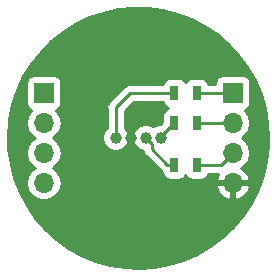
<source format=gbr>
G04 #@! TF.GenerationSoftware,KiCad,Pcbnew,(5.0.0)*
G04 #@! TF.CreationDate,2018-11-17T14:12:32+01:00*
G04 #@! TF.ProjectId,RGBLed_MDversion,5247424C65645F4D4476657273696F6E,rev?*
G04 #@! TF.SameCoordinates,Original*
G04 #@! TF.FileFunction,Copper,L1,Top,Signal*
G04 #@! TF.FilePolarity,Positive*
%FSLAX46Y46*%
G04 Gerber Fmt 4.6, Leading zero omitted, Abs format (unit mm)*
G04 Created by KiCad (PCBNEW (5.0.0)) date 11/17/18 14:12:32*
%MOMM*%
%LPD*%
G01*
G04 APERTURE LIST*
G04 #@! TA.AperFunction,SMDPad,CuDef*
%ADD10R,0.700000X1.300000*%
G04 #@! TD*
G04 #@! TA.AperFunction,ComponentPad*
%ADD11C,1.000000*%
G04 #@! TD*
G04 #@! TA.AperFunction,ComponentPad*
%ADD12O,1.700000X1.700000*%
G04 #@! TD*
G04 #@! TA.AperFunction,ComponentPad*
%ADD13R,1.700000X1.700000*%
G04 #@! TD*
G04 #@! TA.AperFunction,Conductor*
%ADD14C,0.250000*%
G04 #@! TD*
G04 #@! TA.AperFunction,Conductor*
%ADD15C,0.254000*%
G04 #@! TD*
G04 APERTURE END LIST*
D10*
G04 #@! TO.P,R2,2*
G04 #@! TO.N,/G*
X154950000Y-93730000D03*
G04 #@! TO.P,R2,1*
G04 #@! TO.N,Net-(D1-Pad4)*
X153050000Y-93730000D03*
G04 #@! TD*
D11*
G04 #@! TO.P,D1,3*
G04 #@! TO.N,Net-(D1-Pad3)*
X150635000Y-95000000D03*
G04 #@! TO.P,D1,4*
G04 #@! TO.N,Net-(D1-Pad4)*
X151905000Y-95000000D03*
G04 #@! TO.P,D1,1*
G04 #@! TO.N,Net-(D1-Pad1)*
X148095000Y-95000000D03*
G04 #@! TO.P,D1,2*
G04 #@! TO.N,+5V*
X149365000Y-95000000D03*
G04 #@! TD*
D10*
G04 #@! TO.P,R1,1*
G04 #@! TO.N,Net-(D1-Pad1)*
X153050000Y-91190000D03*
G04 #@! TO.P,R1,2*
G04 #@! TO.N,/R*
X154950000Y-91190000D03*
G04 #@! TD*
G04 #@! TO.P,R3,1*
G04 #@! TO.N,Net-(D1-Pad3)*
X153050000Y-97270000D03*
G04 #@! TO.P,R3,2*
G04 #@! TO.N,/B*
X154950000Y-97270000D03*
G04 #@! TD*
D12*
G04 #@! TO.P,J1,4*
G04 #@! TO.N,Net-(J1-Pad4)*
X142000000Y-98810000D03*
G04 #@! TO.P,J1,3*
G04 #@! TO.N,Net-(J1-Pad3)*
X142000000Y-96270000D03*
G04 #@! TO.P,J1,2*
G04 #@! TO.N,Net-(J1-Pad2)*
X142000000Y-93730000D03*
D13*
G04 #@! TO.P,J1,1*
G04 #@! TO.N,Net-(J1-Pad1)*
X142000000Y-91190000D03*
G04 #@! TD*
G04 #@! TO.P,J2,1*
G04 #@! TO.N,/R*
X158000000Y-91190000D03*
D12*
G04 #@! TO.P,J2,2*
G04 #@! TO.N,/G*
X158000000Y-93730000D03*
G04 #@! TO.P,J2,3*
G04 #@! TO.N,/B*
X158000000Y-96270000D03*
G04 #@! TO.P,J2,4*
G04 #@! TO.N,+5V*
X158000000Y-98810000D03*
G04 #@! TD*
D14*
G04 #@! TO.N,Net-(D1-Pad3)*
X152450000Y-97270000D02*
X153050000Y-97270000D01*
X151134999Y-95954999D02*
X152450000Y-97270000D01*
X151134999Y-95499999D02*
X151134999Y-95954999D01*
X150635000Y-95000000D02*
X151134999Y-95499999D01*
G04 #@! TO.N,Net-(D1-Pad4)*
X151905000Y-94875000D02*
X153050000Y-93730000D01*
X151905000Y-95000000D02*
X151905000Y-94875000D01*
G04 #@! TO.N,Net-(D1-Pad1)*
X148095000Y-95000000D02*
X148095000Y-92430000D01*
X148095000Y-92430000D02*
X149335000Y-91190000D01*
X153050000Y-91190000D02*
X149335000Y-91190000D01*
G04 #@! TO.N,/R*
X154950000Y-91190000D02*
X158000000Y-91190000D01*
G04 #@! TO.N,/G*
X154950000Y-93730000D02*
X158000000Y-93730000D01*
G04 #@! TO.N,/B*
X157000000Y-97270000D02*
X158000000Y-96270000D01*
X154950000Y-97270000D02*
X157000000Y-97270000D01*
G04 #@! TD*
D15*
G04 #@! TO.N,+5V*
G36*
X150806719Y-84014581D02*
X152064005Y-84180106D01*
X153293934Y-84489043D01*
X154480204Y-84937297D01*
X155607091Y-85518927D01*
X156659659Y-86226223D01*
X157623957Y-87049811D01*
X158487203Y-87978775D01*
X159237956Y-89000801D01*
X159866265Y-90102344D01*
X160363802Y-91268802D01*
X160723972Y-92484715D01*
X160942001Y-93733967D01*
X161015000Y-95000000D01*
X160993264Y-95691638D01*
X160840915Y-96950588D01*
X160544874Y-98183685D01*
X160109067Y-99374584D01*
X159539270Y-100507500D01*
X158843034Y-101567417D01*
X158029589Y-102540286D01*
X157109716Y-103413213D01*
X156095608Y-104174627D01*
X155000705Y-104814437D01*
X153839521Y-105324161D01*
X152627446Y-105697044D01*
X151380546Y-105928143D01*
X150115347Y-106014396D01*
X148848619Y-105954659D01*
X147597152Y-105749723D01*
X146377534Y-105402306D01*
X145205929Y-104917011D01*
X144097868Y-104300272D01*
X143068036Y-103560263D01*
X142130083Y-102706792D01*
X141296443Y-101751171D01*
X140578163Y-100706068D01*
X139984764Y-99585333D01*
X139524112Y-98403822D01*
X139202313Y-97177196D01*
X139023631Y-95921711D01*
X138990435Y-94654010D01*
X139072900Y-93730000D01*
X140485908Y-93730000D01*
X140601161Y-94309418D01*
X140929375Y-94800625D01*
X141227761Y-95000000D01*
X140929375Y-95199375D01*
X140601161Y-95690582D01*
X140485908Y-96270000D01*
X140601161Y-96849418D01*
X140929375Y-97340625D01*
X141227761Y-97540000D01*
X140929375Y-97739375D01*
X140601161Y-98230582D01*
X140485908Y-98810000D01*
X140601161Y-99389418D01*
X140929375Y-99880625D01*
X141420582Y-100208839D01*
X141853744Y-100295000D01*
X142146256Y-100295000D01*
X142579418Y-100208839D01*
X143070625Y-99880625D01*
X143398839Y-99389418D01*
X143443102Y-99166890D01*
X156558524Y-99166890D01*
X156728355Y-99576924D01*
X157118642Y-100005183D01*
X157643108Y-100251486D01*
X157873000Y-100130819D01*
X157873000Y-98937000D01*
X158127000Y-98937000D01*
X158127000Y-100130819D01*
X158356892Y-100251486D01*
X158881358Y-100005183D01*
X159271645Y-99576924D01*
X159441476Y-99166890D01*
X159320155Y-98937000D01*
X158127000Y-98937000D01*
X157873000Y-98937000D01*
X156679845Y-98937000D01*
X156558524Y-99166890D01*
X143443102Y-99166890D01*
X143514092Y-98810000D01*
X143398839Y-98230582D01*
X143070625Y-97739375D01*
X142772239Y-97540000D01*
X143070625Y-97340625D01*
X143398839Y-96849418D01*
X143514092Y-96270000D01*
X143398839Y-95690582D01*
X143070625Y-95199375D01*
X142772239Y-95000000D01*
X143070625Y-94800625D01*
X143088258Y-94774234D01*
X146960000Y-94774234D01*
X146960000Y-95225766D01*
X147132793Y-95642926D01*
X147452074Y-95962207D01*
X147869234Y-96135000D01*
X148320766Y-96135000D01*
X148737926Y-95962207D01*
X149057207Y-95642926D01*
X149230000Y-95225766D01*
X149230000Y-94774234D01*
X149057207Y-94357074D01*
X148855000Y-94154867D01*
X148855000Y-92744801D01*
X149649802Y-91950000D01*
X152074440Y-91950000D01*
X152101843Y-92087765D01*
X152242191Y-92297809D01*
X152452235Y-92438157D01*
X152562048Y-92460000D01*
X152452235Y-92481843D01*
X152242191Y-92622191D01*
X152101843Y-92832235D01*
X152052560Y-93080000D01*
X152052560Y-93652638D01*
X151840199Y-93865000D01*
X151679234Y-93865000D01*
X151270000Y-94034510D01*
X150860766Y-93865000D01*
X150409234Y-93865000D01*
X149992074Y-94037793D01*
X149672793Y-94357074D01*
X149500000Y-94774234D01*
X149500000Y-95225766D01*
X149672793Y-95642926D01*
X149992074Y-95962207D01*
X150394719Y-96128988D01*
X150419095Y-96251536D01*
X150587071Y-96502928D01*
X150650527Y-96545328D01*
X151859671Y-97754473D01*
X151902071Y-97817929D01*
X152052560Y-97918483D01*
X152052560Y-97920000D01*
X152101843Y-98167765D01*
X152242191Y-98377809D01*
X152452235Y-98518157D01*
X152700000Y-98567440D01*
X153400000Y-98567440D01*
X153647765Y-98518157D01*
X153857809Y-98377809D01*
X153998157Y-98167765D01*
X154000000Y-98158500D01*
X154001843Y-98167765D01*
X154142191Y-98377809D01*
X154352235Y-98518157D01*
X154600000Y-98567440D01*
X155300000Y-98567440D01*
X155547765Y-98518157D01*
X155757809Y-98377809D01*
X155898157Y-98167765D01*
X155925560Y-98030000D01*
X156740272Y-98030000D01*
X156728355Y-98043076D01*
X156558524Y-98453110D01*
X156679845Y-98683000D01*
X157873000Y-98683000D01*
X157873000Y-98663000D01*
X158127000Y-98663000D01*
X158127000Y-98683000D01*
X159320155Y-98683000D01*
X159441476Y-98453110D01*
X159271645Y-98043076D01*
X158881358Y-97614817D01*
X158751522Y-97553843D01*
X159070625Y-97340625D01*
X159398839Y-96849418D01*
X159514092Y-96270000D01*
X159398839Y-95690582D01*
X159070625Y-95199375D01*
X158772239Y-95000000D01*
X159070625Y-94800625D01*
X159398839Y-94309418D01*
X159514092Y-93730000D01*
X159398839Y-93150582D01*
X159070625Y-92659375D01*
X159052381Y-92647184D01*
X159097765Y-92638157D01*
X159307809Y-92497809D01*
X159448157Y-92287765D01*
X159497440Y-92040000D01*
X159497440Y-90340000D01*
X159448157Y-90092235D01*
X159307809Y-89882191D01*
X159097765Y-89741843D01*
X158850000Y-89692560D01*
X157150000Y-89692560D01*
X156902235Y-89741843D01*
X156692191Y-89882191D01*
X156551843Y-90092235D01*
X156502560Y-90340000D01*
X156502560Y-90430000D01*
X155925560Y-90430000D01*
X155898157Y-90292235D01*
X155757809Y-90082191D01*
X155547765Y-89941843D01*
X155300000Y-89892560D01*
X154600000Y-89892560D01*
X154352235Y-89941843D01*
X154142191Y-90082191D01*
X154001843Y-90292235D01*
X154000000Y-90301500D01*
X153998157Y-90292235D01*
X153857809Y-90082191D01*
X153647765Y-89941843D01*
X153400000Y-89892560D01*
X152700000Y-89892560D01*
X152452235Y-89941843D01*
X152242191Y-90082191D01*
X152101843Y-90292235D01*
X152074440Y-90430000D01*
X149409848Y-90430000D01*
X149335000Y-90415112D01*
X149260152Y-90430000D01*
X149260148Y-90430000D01*
X149086605Y-90464520D01*
X149038462Y-90474096D01*
X148851418Y-90599076D01*
X148787071Y-90642071D01*
X148744671Y-90705527D01*
X147610528Y-91839671D01*
X147547072Y-91882071D01*
X147504672Y-91945527D01*
X147504671Y-91945528D01*
X147379097Y-92133463D01*
X147320112Y-92430000D01*
X147335001Y-92504852D01*
X147335000Y-94154867D01*
X147132793Y-94357074D01*
X146960000Y-94774234D01*
X143088258Y-94774234D01*
X143398839Y-94309418D01*
X143514092Y-93730000D01*
X143398839Y-93150582D01*
X143070625Y-92659375D01*
X143052381Y-92647184D01*
X143097765Y-92638157D01*
X143307809Y-92497809D01*
X143448157Y-92287765D01*
X143497440Y-92040000D01*
X143497440Y-90340000D01*
X143448157Y-90092235D01*
X143307809Y-89882191D01*
X143097765Y-89741843D01*
X142850000Y-89692560D01*
X141150000Y-89692560D01*
X140902235Y-89741843D01*
X140692191Y-89882191D01*
X140551843Y-90092235D01*
X140502560Y-90340000D01*
X140502560Y-92040000D01*
X140551843Y-92287765D01*
X140692191Y-92497809D01*
X140902235Y-92638157D01*
X140947619Y-92647184D01*
X140929375Y-92659375D01*
X140601161Y-93150582D01*
X140485908Y-93730000D01*
X139072900Y-93730000D01*
X139103165Y-93390895D01*
X139360327Y-92149108D01*
X139758512Y-90945108D01*
X140292442Y-89794853D01*
X140955041Y-88713590D01*
X141737527Y-87715650D01*
X142629526Y-86814260D01*
X143619218Y-86021367D01*
X144693483Y-85347482D01*
X145838084Y-84801536D01*
X147037848Y-84390764D01*
X148276874Y-84120613D01*
X149538740Y-83994662D01*
X150806719Y-84014581D01*
X150806719Y-84014581D01*
G37*
X150806719Y-84014581D02*
X152064005Y-84180106D01*
X153293934Y-84489043D01*
X154480204Y-84937297D01*
X155607091Y-85518927D01*
X156659659Y-86226223D01*
X157623957Y-87049811D01*
X158487203Y-87978775D01*
X159237956Y-89000801D01*
X159866265Y-90102344D01*
X160363802Y-91268802D01*
X160723972Y-92484715D01*
X160942001Y-93733967D01*
X161015000Y-95000000D01*
X160993264Y-95691638D01*
X160840915Y-96950588D01*
X160544874Y-98183685D01*
X160109067Y-99374584D01*
X159539270Y-100507500D01*
X158843034Y-101567417D01*
X158029589Y-102540286D01*
X157109716Y-103413213D01*
X156095608Y-104174627D01*
X155000705Y-104814437D01*
X153839521Y-105324161D01*
X152627446Y-105697044D01*
X151380546Y-105928143D01*
X150115347Y-106014396D01*
X148848619Y-105954659D01*
X147597152Y-105749723D01*
X146377534Y-105402306D01*
X145205929Y-104917011D01*
X144097868Y-104300272D01*
X143068036Y-103560263D01*
X142130083Y-102706792D01*
X141296443Y-101751171D01*
X140578163Y-100706068D01*
X139984764Y-99585333D01*
X139524112Y-98403822D01*
X139202313Y-97177196D01*
X139023631Y-95921711D01*
X138990435Y-94654010D01*
X139072900Y-93730000D01*
X140485908Y-93730000D01*
X140601161Y-94309418D01*
X140929375Y-94800625D01*
X141227761Y-95000000D01*
X140929375Y-95199375D01*
X140601161Y-95690582D01*
X140485908Y-96270000D01*
X140601161Y-96849418D01*
X140929375Y-97340625D01*
X141227761Y-97540000D01*
X140929375Y-97739375D01*
X140601161Y-98230582D01*
X140485908Y-98810000D01*
X140601161Y-99389418D01*
X140929375Y-99880625D01*
X141420582Y-100208839D01*
X141853744Y-100295000D01*
X142146256Y-100295000D01*
X142579418Y-100208839D01*
X143070625Y-99880625D01*
X143398839Y-99389418D01*
X143443102Y-99166890D01*
X156558524Y-99166890D01*
X156728355Y-99576924D01*
X157118642Y-100005183D01*
X157643108Y-100251486D01*
X157873000Y-100130819D01*
X157873000Y-98937000D01*
X158127000Y-98937000D01*
X158127000Y-100130819D01*
X158356892Y-100251486D01*
X158881358Y-100005183D01*
X159271645Y-99576924D01*
X159441476Y-99166890D01*
X159320155Y-98937000D01*
X158127000Y-98937000D01*
X157873000Y-98937000D01*
X156679845Y-98937000D01*
X156558524Y-99166890D01*
X143443102Y-99166890D01*
X143514092Y-98810000D01*
X143398839Y-98230582D01*
X143070625Y-97739375D01*
X142772239Y-97540000D01*
X143070625Y-97340625D01*
X143398839Y-96849418D01*
X143514092Y-96270000D01*
X143398839Y-95690582D01*
X143070625Y-95199375D01*
X142772239Y-95000000D01*
X143070625Y-94800625D01*
X143088258Y-94774234D01*
X146960000Y-94774234D01*
X146960000Y-95225766D01*
X147132793Y-95642926D01*
X147452074Y-95962207D01*
X147869234Y-96135000D01*
X148320766Y-96135000D01*
X148737926Y-95962207D01*
X149057207Y-95642926D01*
X149230000Y-95225766D01*
X149230000Y-94774234D01*
X149057207Y-94357074D01*
X148855000Y-94154867D01*
X148855000Y-92744801D01*
X149649802Y-91950000D01*
X152074440Y-91950000D01*
X152101843Y-92087765D01*
X152242191Y-92297809D01*
X152452235Y-92438157D01*
X152562048Y-92460000D01*
X152452235Y-92481843D01*
X152242191Y-92622191D01*
X152101843Y-92832235D01*
X152052560Y-93080000D01*
X152052560Y-93652638D01*
X151840199Y-93865000D01*
X151679234Y-93865000D01*
X151270000Y-94034510D01*
X150860766Y-93865000D01*
X150409234Y-93865000D01*
X149992074Y-94037793D01*
X149672793Y-94357074D01*
X149500000Y-94774234D01*
X149500000Y-95225766D01*
X149672793Y-95642926D01*
X149992074Y-95962207D01*
X150394719Y-96128988D01*
X150419095Y-96251536D01*
X150587071Y-96502928D01*
X150650527Y-96545328D01*
X151859671Y-97754473D01*
X151902071Y-97817929D01*
X152052560Y-97918483D01*
X152052560Y-97920000D01*
X152101843Y-98167765D01*
X152242191Y-98377809D01*
X152452235Y-98518157D01*
X152700000Y-98567440D01*
X153400000Y-98567440D01*
X153647765Y-98518157D01*
X153857809Y-98377809D01*
X153998157Y-98167765D01*
X154000000Y-98158500D01*
X154001843Y-98167765D01*
X154142191Y-98377809D01*
X154352235Y-98518157D01*
X154600000Y-98567440D01*
X155300000Y-98567440D01*
X155547765Y-98518157D01*
X155757809Y-98377809D01*
X155898157Y-98167765D01*
X155925560Y-98030000D01*
X156740272Y-98030000D01*
X156728355Y-98043076D01*
X156558524Y-98453110D01*
X156679845Y-98683000D01*
X157873000Y-98683000D01*
X157873000Y-98663000D01*
X158127000Y-98663000D01*
X158127000Y-98683000D01*
X159320155Y-98683000D01*
X159441476Y-98453110D01*
X159271645Y-98043076D01*
X158881358Y-97614817D01*
X158751522Y-97553843D01*
X159070625Y-97340625D01*
X159398839Y-96849418D01*
X159514092Y-96270000D01*
X159398839Y-95690582D01*
X159070625Y-95199375D01*
X158772239Y-95000000D01*
X159070625Y-94800625D01*
X159398839Y-94309418D01*
X159514092Y-93730000D01*
X159398839Y-93150582D01*
X159070625Y-92659375D01*
X159052381Y-92647184D01*
X159097765Y-92638157D01*
X159307809Y-92497809D01*
X159448157Y-92287765D01*
X159497440Y-92040000D01*
X159497440Y-90340000D01*
X159448157Y-90092235D01*
X159307809Y-89882191D01*
X159097765Y-89741843D01*
X158850000Y-89692560D01*
X157150000Y-89692560D01*
X156902235Y-89741843D01*
X156692191Y-89882191D01*
X156551843Y-90092235D01*
X156502560Y-90340000D01*
X156502560Y-90430000D01*
X155925560Y-90430000D01*
X155898157Y-90292235D01*
X155757809Y-90082191D01*
X155547765Y-89941843D01*
X155300000Y-89892560D01*
X154600000Y-89892560D01*
X154352235Y-89941843D01*
X154142191Y-90082191D01*
X154001843Y-90292235D01*
X154000000Y-90301500D01*
X153998157Y-90292235D01*
X153857809Y-90082191D01*
X153647765Y-89941843D01*
X153400000Y-89892560D01*
X152700000Y-89892560D01*
X152452235Y-89941843D01*
X152242191Y-90082191D01*
X152101843Y-90292235D01*
X152074440Y-90430000D01*
X149409848Y-90430000D01*
X149335000Y-90415112D01*
X149260152Y-90430000D01*
X149260148Y-90430000D01*
X149086605Y-90464520D01*
X149038462Y-90474096D01*
X148851418Y-90599076D01*
X148787071Y-90642071D01*
X148744671Y-90705527D01*
X147610528Y-91839671D01*
X147547072Y-91882071D01*
X147504672Y-91945527D01*
X147504671Y-91945528D01*
X147379097Y-92133463D01*
X147320112Y-92430000D01*
X147335001Y-92504852D01*
X147335000Y-94154867D01*
X147132793Y-94357074D01*
X146960000Y-94774234D01*
X143088258Y-94774234D01*
X143398839Y-94309418D01*
X143514092Y-93730000D01*
X143398839Y-93150582D01*
X143070625Y-92659375D01*
X143052381Y-92647184D01*
X143097765Y-92638157D01*
X143307809Y-92497809D01*
X143448157Y-92287765D01*
X143497440Y-92040000D01*
X143497440Y-90340000D01*
X143448157Y-90092235D01*
X143307809Y-89882191D01*
X143097765Y-89741843D01*
X142850000Y-89692560D01*
X141150000Y-89692560D01*
X140902235Y-89741843D01*
X140692191Y-89882191D01*
X140551843Y-90092235D01*
X140502560Y-90340000D01*
X140502560Y-92040000D01*
X140551843Y-92287765D01*
X140692191Y-92497809D01*
X140902235Y-92638157D01*
X140947619Y-92647184D01*
X140929375Y-92659375D01*
X140601161Y-93150582D01*
X140485908Y-93730000D01*
X139072900Y-93730000D01*
X139103165Y-93390895D01*
X139360327Y-92149108D01*
X139758512Y-90945108D01*
X140292442Y-89794853D01*
X140955041Y-88713590D01*
X141737527Y-87715650D01*
X142629526Y-86814260D01*
X143619218Y-86021367D01*
X144693483Y-85347482D01*
X145838084Y-84801536D01*
X147037848Y-84390764D01*
X148276874Y-84120613D01*
X149538740Y-83994662D01*
X150806719Y-84014581D01*
G04 #@! TD*
M02*

</source>
